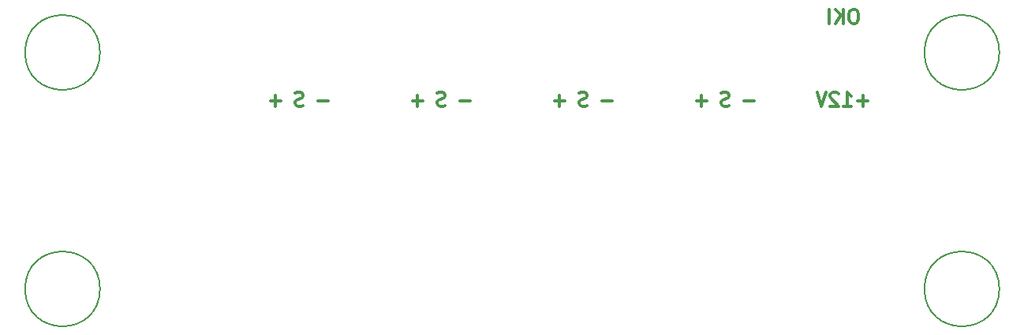
<source format=gbr>
G04 #@! TF.GenerationSoftware,KiCad,Pcbnew,(5.0.2)-1*
G04 #@! TF.CreationDate,2019-04-02T18:39:04-05:00*
G04 #@! TF.ProjectId,CameraPowerInjector_Hardware,43616d65-7261-4506-9f77-6572496e6a65,rev?*
G04 #@! TF.SameCoordinates,Original*
G04 #@! TF.FileFunction,Legend,Bot*
G04 #@! TF.FilePolarity,Positive*
%FSLAX46Y46*%
G04 Gerber Fmt 4.6, Leading zero omitted, Abs format (unit mm)*
G04 Created by KiCad (PCBNEW (5.0.2)-1) date 4/2/2019 6:39:04 PM*
%MOMM*%
%LPD*%
G01*
G04 APERTURE LIST*
%ADD10C,0.300000*%
%ADD11C,0.150000*%
G04 APERTURE END LIST*
D10*
X76628571Y-107287142D02*
X76414285Y-107358571D01*
X76057142Y-107358571D01*
X75914285Y-107287142D01*
X75842857Y-107215714D01*
X75771428Y-107072857D01*
X75771428Y-106930000D01*
X75842857Y-106787142D01*
X75914285Y-106715714D01*
X76057142Y-106644285D01*
X76342857Y-106572857D01*
X76485714Y-106501428D01*
X76557142Y-106430000D01*
X76628571Y-106287142D01*
X76628571Y-106144285D01*
X76557142Y-106001428D01*
X76485714Y-105930000D01*
X76342857Y-105858571D01*
X75985714Y-105858571D01*
X75771428Y-105930000D01*
X74231428Y-106787142D02*
X73088571Y-106787142D01*
X73660000Y-107358571D02*
X73660000Y-106215714D01*
X79311428Y-106787142D02*
X78168571Y-106787142D01*
X89471428Y-106787142D02*
X88328571Y-106787142D01*
X88900000Y-107358571D02*
X88900000Y-106215714D01*
X94551428Y-106787142D02*
X93408571Y-106787142D01*
X91868571Y-107287142D02*
X91654285Y-107358571D01*
X91297142Y-107358571D01*
X91154285Y-107287142D01*
X91082857Y-107215714D01*
X91011428Y-107072857D01*
X91011428Y-106930000D01*
X91082857Y-106787142D01*
X91154285Y-106715714D01*
X91297142Y-106644285D01*
X91582857Y-106572857D01*
X91725714Y-106501428D01*
X91797142Y-106430000D01*
X91868571Y-106287142D01*
X91868571Y-106144285D01*
X91797142Y-106001428D01*
X91725714Y-105930000D01*
X91582857Y-105858571D01*
X91225714Y-105858571D01*
X91011428Y-105930000D01*
X104711428Y-106787142D02*
X103568571Y-106787142D01*
X104140000Y-107358571D02*
X104140000Y-106215714D01*
X109791428Y-106787142D02*
X108648571Y-106787142D01*
X107108571Y-107287142D02*
X106894285Y-107358571D01*
X106537142Y-107358571D01*
X106394285Y-107287142D01*
X106322857Y-107215714D01*
X106251428Y-107072857D01*
X106251428Y-106930000D01*
X106322857Y-106787142D01*
X106394285Y-106715714D01*
X106537142Y-106644285D01*
X106822857Y-106572857D01*
X106965714Y-106501428D01*
X107037142Y-106430000D01*
X107108571Y-106287142D01*
X107108571Y-106144285D01*
X107037142Y-106001428D01*
X106965714Y-105930000D01*
X106822857Y-105858571D01*
X106465714Y-105858571D01*
X106251428Y-105930000D01*
X125031428Y-106787142D02*
X123888571Y-106787142D01*
X122348571Y-107287142D02*
X122134285Y-107358571D01*
X121777142Y-107358571D01*
X121634285Y-107287142D01*
X121562857Y-107215714D01*
X121491428Y-107072857D01*
X121491428Y-106930000D01*
X121562857Y-106787142D01*
X121634285Y-106715714D01*
X121777142Y-106644285D01*
X122062857Y-106572857D01*
X122205714Y-106501428D01*
X122277142Y-106430000D01*
X122348571Y-106287142D01*
X122348571Y-106144285D01*
X122277142Y-106001428D01*
X122205714Y-105930000D01*
X122062857Y-105858571D01*
X121705714Y-105858571D01*
X121491428Y-105930000D01*
X119951428Y-106787142D02*
X118808571Y-106787142D01*
X119380000Y-107358571D02*
X119380000Y-106215714D01*
X137262857Y-106787142D02*
X136120000Y-106787142D01*
X136691428Y-107358571D02*
X136691428Y-106215714D01*
X134620000Y-107358571D02*
X135477142Y-107358571D01*
X135048571Y-107358571D02*
X135048571Y-105858571D01*
X135191428Y-106072857D01*
X135334285Y-106215714D01*
X135477142Y-106287142D01*
X134048571Y-106001428D02*
X133977142Y-105930000D01*
X133834285Y-105858571D01*
X133477142Y-105858571D01*
X133334285Y-105930000D01*
X133262857Y-106001428D01*
X133191428Y-106144285D01*
X133191428Y-106287142D01*
X133262857Y-106501428D01*
X134120000Y-107358571D01*
X133191428Y-107358571D01*
X132762857Y-105858571D02*
X132262857Y-107358571D01*
X131762857Y-105858571D01*
X135870000Y-96968571D02*
X135584285Y-96968571D01*
X135441428Y-97040000D01*
X135298571Y-97182857D01*
X135227142Y-97468571D01*
X135227142Y-97968571D01*
X135298571Y-98254285D01*
X135441428Y-98397142D01*
X135584285Y-98468571D01*
X135870000Y-98468571D01*
X136012857Y-98397142D01*
X136155714Y-98254285D01*
X136227142Y-97968571D01*
X136227142Y-97468571D01*
X136155714Y-97182857D01*
X136012857Y-97040000D01*
X135870000Y-96968571D01*
X134584285Y-98468571D02*
X134584285Y-96968571D01*
X133727142Y-98468571D02*
X134370000Y-97611428D01*
X133727142Y-96968571D02*
X134584285Y-97825714D01*
X133084285Y-98468571D02*
X133084285Y-96968571D01*
D11*
G04 #@! TO.C,REF\002A\002A*
X151338283Y-101600000D02*
G75*
G03X151338283Y-101600000I-4018283J0D01*
G01*
X151338283Y-127000000D02*
G75*
G03X151338283Y-127000000I-4018283J0D01*
G01*
X54818283Y-127000000D02*
G75*
G03X54818283Y-127000000I-4018283J0D01*
G01*
X54818283Y-101600000D02*
G75*
G03X54818283Y-101600000I-4018283J0D01*
G01*
G04 #@! TD*
M02*

</source>
